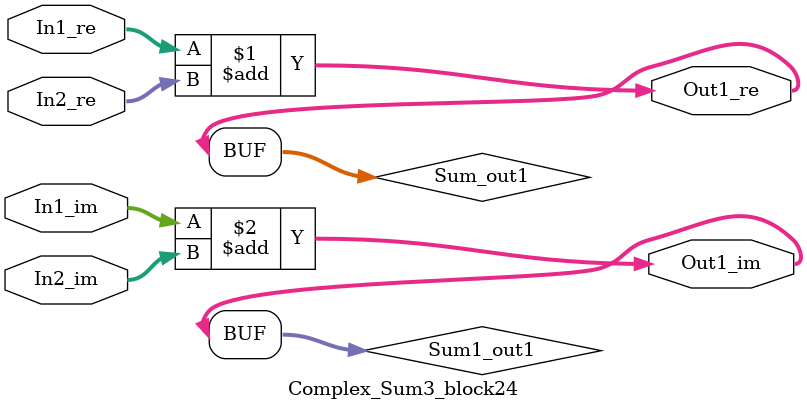
<source format=v>



`timescale 1 ns / 1 ns

module Complex_Sum3_block24
          (In1_re,
           In1_im,
           In2_re,
           In2_im,
           Out1_re,
           Out1_im);


  input   signed [36:0] In1_re;  // sfix37_En22
  input   signed [36:0] In1_im;  // sfix37_En22
  input   signed [36:0] In2_re;  // sfix37_En22
  input   signed [36:0] In2_im;  // sfix37_En22
  output  signed [36:0] Out1_re;  // sfix37_En22
  output  signed [36:0] Out1_im;  // sfix37_En22


  wire signed [36:0] Sum_out1;  // sfix37_En22
  wire signed [36:0] Sum1_out1;  // sfix37_En22


  assign Sum_out1 = In1_re + In2_re;



  assign Out1_re = Sum_out1;

  assign Sum1_out1 = In1_im + In2_im;



  assign Out1_im = Sum1_out1;

endmodule  // Complex_Sum3_block24


</source>
